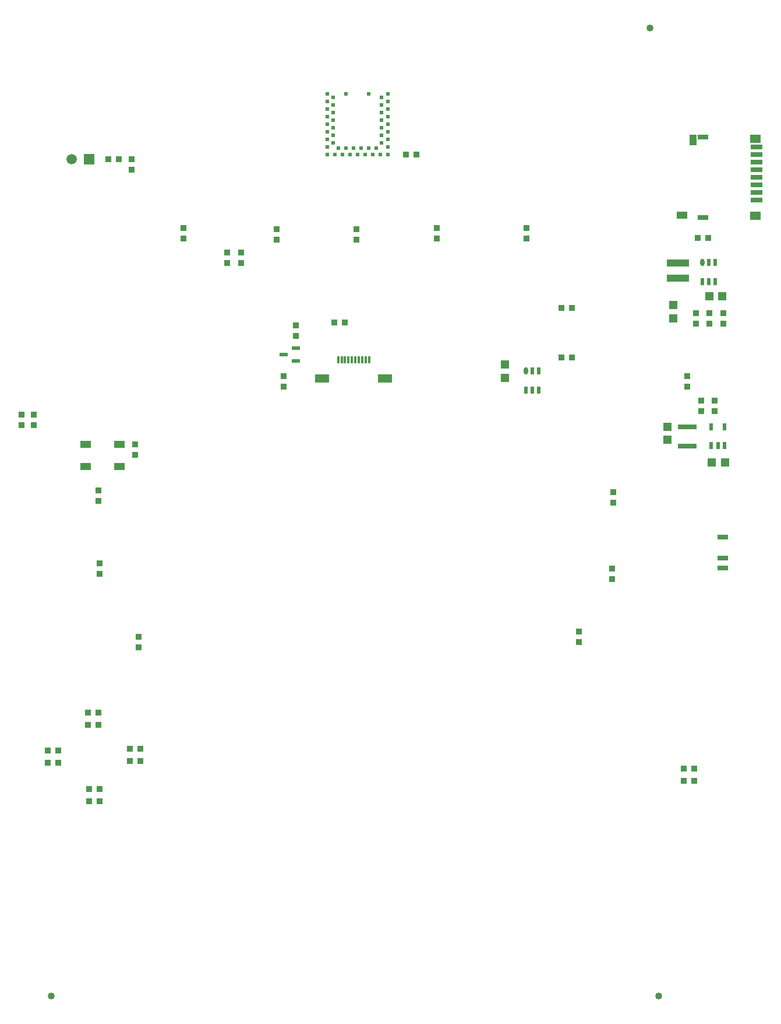
<source format=gbp>
G04 Layer_Color=16770453*
%FSLAX25Y25*%
%MOIN*%
G70*
G01*
G75*
%ADD11R,0.03500X0.03500*%
%ADD13R,0.05906X0.03937*%
%ADD54C,0.05906*%
%ADD55R,0.05906X0.05906*%
%ADD58R,0.03500X0.03500*%
%ADD59R,0.02362X0.04134*%
%ADD60R,0.05000X0.05000*%
%ADD61R,0.05000X0.05000*%
%ADD62R,0.12598X0.03937*%
%ADD63R,0.10630X0.03150*%
%ADD64R,0.05906X0.02756*%
%ADD65R,0.06102X0.03937*%
%ADD66R,0.03937X0.06102*%
%ADD67R,0.05906X0.05118*%
%ADD68R,0.06890X0.02756*%
%ADD69R,0.05906X0.03150*%
%ADD70R,0.01969X0.01969*%
%ADD71R,0.01181X0.03937*%
%ADD72R,0.07874X0.05118*%
%ADD73R,0.02362X0.04331*%
%ADD74O,0.02362X0.04331*%
%ADD75R,0.04724X0.02362*%
%ADD76C,0.04000*%
D11*
X294500Y524000D02*
D03*
Y530000D02*
D03*
X232000Y577500D02*
D03*
Y583500D02*
D03*
X286500Y524000D02*
D03*
Y530000D02*
D03*
X562500Y489500D02*
D03*
Y495500D02*
D03*
X570500D02*
D03*
Y489500D02*
D03*
X319000Y459500D02*
D03*
Y453500D02*
D03*
X326000Y482500D02*
D03*
Y488500D02*
D03*
X176000Y437500D02*
D03*
Y431500D02*
D03*
X169000Y437500D02*
D03*
Y431500D02*
D03*
X565500Y445500D02*
D03*
Y439500D02*
D03*
X558000D02*
D03*
Y445500D02*
D03*
X234000Y414500D02*
D03*
Y420500D02*
D03*
X213000Y388000D02*
D03*
Y394000D02*
D03*
X213500Y346500D02*
D03*
Y352500D02*
D03*
X236000Y304500D02*
D03*
Y310500D02*
D03*
X488000Y307500D02*
D03*
Y313500D02*
D03*
X507000Y343500D02*
D03*
Y349500D02*
D03*
X507500Y387000D02*
D03*
Y393000D02*
D03*
X458000Y538000D02*
D03*
Y544000D02*
D03*
X406500Y538000D02*
D03*
Y544000D02*
D03*
X360500Y537500D02*
D03*
Y543500D02*
D03*
X315000Y537500D02*
D03*
Y543500D02*
D03*
X261500Y538000D02*
D03*
Y544000D02*
D03*
X555000Y489500D02*
D03*
Y495500D02*
D03*
X550000Y459500D02*
D03*
Y453500D02*
D03*
D13*
X224865Y420299D02*
D03*
Y407701D02*
D03*
X205573D02*
D03*
Y420299D02*
D03*
D54*
X197500Y583500D02*
D03*
D55*
X207500D02*
D03*
D58*
X562000Y538500D02*
D03*
X556000D02*
D03*
X218500Y583500D02*
D03*
X224500D02*
D03*
X207000Y260000D02*
D03*
X213000D02*
D03*
X184000Y238500D02*
D03*
X190000D02*
D03*
X231000Y239500D02*
D03*
X237000D02*
D03*
X207500Y216500D02*
D03*
X213500D02*
D03*
X548000Y228000D02*
D03*
X554000D02*
D03*
X548000Y235000D02*
D03*
X554000D02*
D03*
X207500Y223500D02*
D03*
X213500D02*
D03*
X231000Y246500D02*
D03*
X237000D02*
D03*
X184000Y245500D02*
D03*
X190000D02*
D03*
X207000Y267000D02*
D03*
X213000D02*
D03*
X389000Y586000D02*
D03*
X395000D02*
D03*
X348000Y490000D02*
D03*
X354000D02*
D03*
X478000Y470000D02*
D03*
X484000D02*
D03*
X478000Y498500D02*
D03*
X484000D02*
D03*
D59*
X571240Y430315D02*
D03*
X563760D02*
D03*
Y419685D02*
D03*
X567500D02*
D03*
X571240D02*
D03*
D60*
X542000Y492500D02*
D03*
X542000Y500000D02*
D03*
X538500Y430500D02*
D03*
X538500Y423000D02*
D03*
X445500Y458500D02*
D03*
Y466000D02*
D03*
D61*
X570000Y505000D02*
D03*
X562500D02*
D03*
X571500Y410000D02*
D03*
X564000D02*
D03*
D62*
X544500Y515500D02*
D03*
X544500Y524161D02*
D03*
D63*
X550000Y419488D02*
D03*
Y430512D02*
D03*
D64*
X570110Y355547D02*
D03*
Y349642D02*
D03*
Y367358D02*
D03*
D65*
X546976Y551500D02*
D03*
D66*
X553126Y594500D02*
D03*
D67*
X589000Y550933D02*
D03*
Y595224D02*
D03*
D68*
X589500Y590500D02*
D03*
Y564516D02*
D03*
Y568847D02*
D03*
Y573177D02*
D03*
Y577508D02*
D03*
Y581839D02*
D03*
Y586169D02*
D03*
Y560185D02*
D03*
D69*
X559031Y550000D02*
D03*
Y596000D02*
D03*
D70*
X367705Y620811D02*
D03*
X354713D02*
D03*
X343886D02*
D03*
X347429Y618646D02*
D03*
X343886Y616480D02*
D03*
X347429Y614315D02*
D03*
X343886Y612150D02*
D03*
X347429Y609984D02*
D03*
X343886Y607819D02*
D03*
X347429Y605654D02*
D03*
X343886Y603488D02*
D03*
X347429Y601323D02*
D03*
X343886Y599157D02*
D03*
X347429Y596992D02*
D03*
X343886Y594827D02*
D03*
X347429Y592661D02*
D03*
X343886Y586165D02*
D03*
Y590496D02*
D03*
X348217Y586165D02*
D03*
X350382Y589709D02*
D03*
X352547Y586165D02*
D03*
X354713Y589709D02*
D03*
X356878Y586165D02*
D03*
X359043Y589709D02*
D03*
X361209Y586165D02*
D03*
X363374Y589709D02*
D03*
X365539Y586165D02*
D03*
X367705Y589709D02*
D03*
X369870Y586165D02*
D03*
X372035Y589709D02*
D03*
X374201Y586165D02*
D03*
X378531Y590496D02*
D03*
X374988Y592661D02*
D03*
X378531Y594827D02*
D03*
X374988Y596992D02*
D03*
X378531Y599157D02*
D03*
X374988Y601323D02*
D03*
X378531Y603488D02*
D03*
X374988Y605654D02*
D03*
X378531Y607819D02*
D03*
X374988Y609984D02*
D03*
X378531Y612150D02*
D03*
X374988Y614315D02*
D03*
X378531Y616480D02*
D03*
X374988Y618646D02*
D03*
X378531Y620811D02*
D03*
Y586165D02*
D03*
D71*
X359984Y468700D02*
D03*
X361953D02*
D03*
X363921D02*
D03*
X365890D02*
D03*
X367858D02*
D03*
X350142D02*
D03*
X352110D02*
D03*
X354079D02*
D03*
X356047D02*
D03*
X358016D02*
D03*
D72*
X376913Y458070D02*
D03*
X341087D02*
D03*
D73*
X562240Y513476D02*
D03*
X558500Y513476D02*
D03*
X565980Y513476D02*
D03*
Y524500D02*
D03*
X562240D02*
D03*
X461240Y451476D02*
D03*
X457500Y451476D02*
D03*
X464980Y451476D02*
D03*
Y462500D02*
D03*
X461240D02*
D03*
D74*
X558500Y524500D02*
D03*
X457500Y462500D02*
D03*
D75*
X326000Y475500D02*
D03*
Y468020D02*
D03*
X318913Y471760D02*
D03*
D76*
X186000Y105000D02*
D03*
X528500Y658500D02*
D03*
X533500Y105000D02*
D03*
M02*

</source>
